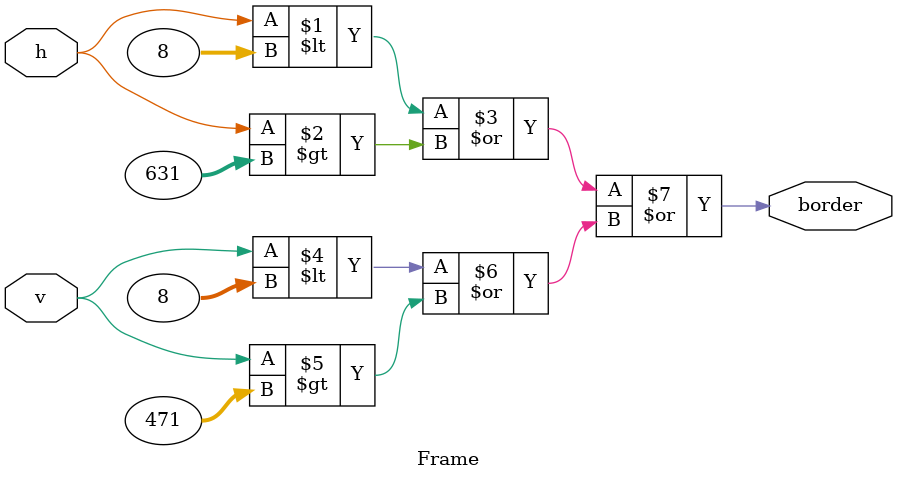
<source format=v>
`timescale 1ns / 1ps


module Frame(
    input h, v,
    output border
    );
    
    assign border = ((h < 8) | (h > 631)) | ((v < 8) | (v > 471));
endmodule

</source>
